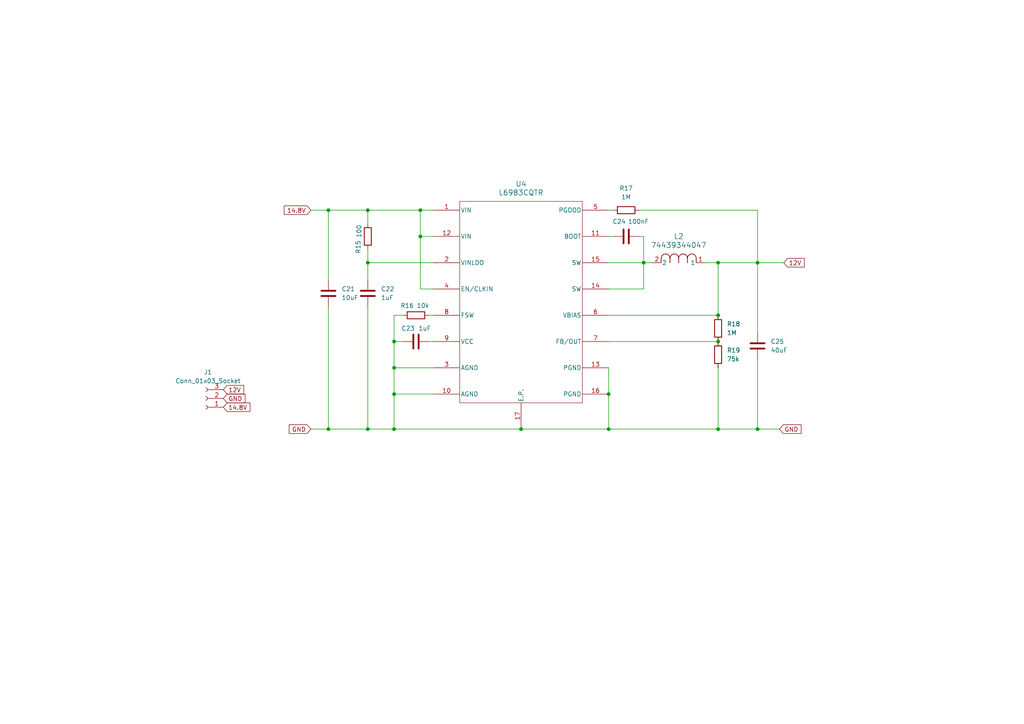
<source format=kicad_sch>
(kicad_sch (version 20250114) (generator "eeschema") (generator_version "9.0")
  (paper "A4")
  (lib_symbols
    (symbol "74439344047:74439344047" (pin_names (offset 0.254))
      (property "Reference" "L" (at 6.985 5.08 0))
      (property "Value" "74439344047" (at 6.985 -2.54 0))
      (symbol "74439344047_1_1"
        (polyline (pts (xy 2.54 0) (xy 2.54 1.27)) (stroke (width 0.2032)))
        (arc (start 2.54 1.27) (mid 3.81 2.5344) (end 5.08 1.27) (stroke (width 0.2032)))
        (polyline (pts (xy 5.08 0) (xy 5.08 1.27)) (stroke (width 0.2032)))
        (arc (start 5.08 1.27) (mid 6.35 2.5344) (end 7.62 1.27) (stroke (width 0.2032)))
        (polyline (pts (xy 7.62 0) (xy 7.62 1.27)) (stroke (width 0.2032)))
        (arc (start 7.62 1.27) (mid 8.89 2.5344) (end 10.16 1.27) (stroke (width 0.2032)))
        (polyline (pts (xy 10.16 0) (xy 10.16 1.27)) (stroke (width 0.2032)))
        (arc (start 10.16 1.27) (mid 11.43 2.5344) (end 12.7 1.27) (stroke (width 0.2032)))
        (polyline (pts (xy 12.7 0) (xy 12.7 1.27)) (stroke (width 0.2032)))
        (pin unspecified line (at 0 0 0) (length 2.54) (name "2") (number "2"))
        (pin unspecified line (at 15.24 0 180) (length 2.54) (name "1") (number "1"))
      )
      (symbol "74439344047_1_2"
        (arc (start -1.27 10.16) (mid -2.5344 11.43) (end -1.27 12.7) (stroke (width 0.2032)))
        (arc (start -1.27 7.62) (mid -2.5344 8.89) (end -1.27 10.16) (stroke (width 0.2032)))
        (arc (start -1.27 5.08) (mid -2.5344 6.35) (end -1.27 7.62) (stroke (width 0.2032)))
        (arc (start -1.27 2.54) (mid -2.5344 3.81) (end -1.27 5.08) (stroke (width 0.2032)))
        (polyline (pts (xy 0 12.7) (xy -1.27 12.7)) (stroke (width 0.2032)))
        (polyline (pts (xy 0 10.16) (xy -1.27 10.16)) (stroke (width 0.2032)))
        (polyline (pts (xy 0 7.62) (xy -1.27 7.62)) (stroke (width 0.2032)))
        (polyline (pts (xy 0 5.08) (xy -1.27 5.08)) (stroke (width 0.2032)))
        (polyline (pts (xy 0 2.54) (xy -1.27 2.54)) (stroke (width 0.2032)))
        (pin unspecified line (at 0 15.24 270) (length 2.54) (name "1") (number "1"))
        (pin unspecified line (at 0 0 90) (length 2.54) (name "2") (number "2"))
      )
    )
    (symbol "Connector:Conn_01x03_Socket" (pin_names (offset 1.016) (hide yes))
      (property "Reference" "J" (at 0 5.08 0))
      (property "Value" "Conn_01x03_Socket" (at 0 -5.08 0))
      (symbol "Conn_01x03_Socket_1_1"
        (polyline (pts (xy -1.27 2.54) (xy -0.508 2.54)) (stroke (width 0.1524)))
        (polyline (pts (xy -1.27 0) (xy -0.508 0)) (stroke (width 0.1524)))
        (polyline (pts (xy -1.27 -2.54) (xy -0.508 -2.54)) (stroke (width 0.1524)))
        (arc (start 0 2.032) (mid -0.5058 2.54) (end 0 3.048) (stroke (width 0.1524)))
        (arc (start 0 -0.508) (mid -0.5058 0) (end 0 0.508) (stroke (width 0.1524)))
        (arc (start 0 -3.048) (mid -0.5058 -2.54) (end 0 -2.032) (stroke (width 0.1524)))
        (pin passive line (at -5.08 2.54 0) (length 3.81) (name "Pin_1") (number "1"))
        (pin passive line (at -5.08 0 0) (length 3.81) (name "Pin_2") (number "2"))
        (pin passive line (at -5.08 -2.54 0) (length 3.81) (name "Pin_3") (number "3"))
      )
    )
    (symbol "Device:C" (pin_numbers (hide yes)) (pin_names (offset 0.254))
      (property "Reference" "C" (at 0.635 2.54 0))
      (property "Value" "C" (at 0.635 -2.54 0))
      (symbol "C_0_1"
        (polyline (pts (xy -2.032 0.762) (xy 2.032 0.762)) (stroke (width 0.508)))
        (polyline (pts (xy -2.032 -0.762) (xy 2.032 -0.762)) (stroke (width 0.508)))
      )
      (symbol "C_1_1"
        (pin passive line (at 0 3.81 270) (length 2.794) (name "~") (number "1"))
        (pin passive line (at 0 -3.81 90) (length 2.794) (name "~") (number "2"))
      )
    )
    (symbol "Device:R" (pin_numbers (hide yes)) (pin_names (offset 0))
      (property "Reference" "R" (at 2.032 0 90))
      (property "Value" "R" (at 0 0 90))
      (symbol "R_0_1"
        (rectangle (start -1.016 -2.54) (end 1.016 2.54) (stroke (width 0.254)))
      )
      (symbol "R_1_1"
        (pin passive line (at 0 3.81 270) (length 1.27) (name "~") (number "1"))
        (pin passive line (at 0 -3.81 90) (length 1.27) (name "~") (number "2"))
      )
    )
    (symbol "L6983C33QTR:L6983C33QTR" (pin_names (offset 0.254))
      (property "Reference" "U2" (at 25.4 10.16 0))
      (property "Value" "L6983C33QTR" (at 25.4 7.62 0))
      (symbol "L6983C33QTR_0_1"
        (polyline (pts (xy 7.62 5.08) (xy 7.62 -53.34)) (stroke (width 0.127)))
        (polyline (pts (xy 7.62 -53.34) (xy 43.18 -53.34)) (stroke (width 0.127)))
        (polyline (pts (xy 43.18 5.08) (xy 7.62 5.08)) (stroke (width 0.127)))
        (polyline (pts (xy 43.18 -53.34) (xy 43.18 5.08)) (stroke (width 0.127)))
        (pin unspecified line (at 0 2.54 0) (length 7.62) (name "VIN") (number "1"))
        (pin unspecified line (at 0 -5.08 0) (length 7.62) (name "VIN") (number "12"))
        (pin unspecified line (at 0 -12.7 0) (length 7.62) (name "VINLDO") (number "2"))
        (pin unspecified line (at 0 -20.32 0) (length 7.62) (name "EN/CLKIN") (number "4"))
        (pin unspecified line (at 0 -27.94 0) (length 7.62) (name "FSW") (number "8"))
        (pin power_in line (at 0 -35.56 0) (length 7.62) (name "VCC") (number "9"))
        (pin power_out line (at 0 -43.18 0) (length 7.62) (name "AGND") (number "3"))
        (pin power_out line (at 0 -50.8 0) (length 7.62) (name "AGND") (number "10"))
        (pin unspecified line (at 25.4 -60.96 90) (length 7.62) (name "E.P.") (number "17"))
        (pin power_in line (at 50.8 2.54 180) (length 7.62) (name "PGOOD") (number "5"))
        (pin unspecified line (at 50.8 -5.08 180) (length 7.62) (name "BOOT") (number "11"))
        (pin unspecified line (at 50.8 -12.7 180) (length 7.62) (name "SW") (number "15"))
        (pin unspecified line (at 50.8 -20.32 180) (length 7.62) (name "SW") (number "14"))
        (pin unspecified line (at 50.8 -27.94 180) (length 7.62) (name "VBIAS") (number "6"))
        (pin output line (at 50.8 -35.56 180) (length 7.62) (name "FB/OUT") (number "7"))
        (pin power_out line (at 50.8 -43.18 180) (length 7.62) (name "PGND") (number "13"))
        (pin power_out line (at 50.8 -50.8 180) (length 7.62) (name "PGND") (number "16"))
      )
    )
  )
  (junction (at 208.28 124.46))
  (junction (at 208.28 91.44))
  (junction (at 106.68 76.2))
  (junction (at 114.3 124.46))
  (junction (at 176.53 124.46))
  (junction (at 106.68 60.96))
  (junction (at 151.13 124.46))
  (junction (at 106.68 124.46))
  (junction (at 121.92 60.96))
  (junction (at 114.3 106.68))
  (junction (at 219.71 124.46))
  (junction (at 176.53 114.3))
  (junction (at 121.92 68.58))
  (junction (at 186.69 76.2))
  (junction (at 114.3 114.3))
  (junction (at 95.25 60.96))
  (junction (at 219.71 76.2))
  (junction (at 95.25 124.46))
  (junction (at 208.28 76.2))
  (junction (at 114.3 99.06))
  (junction (at 208.28 99.06))
  (wire (pts (xy 176.53 68.58) (xy 177.8 68.58)))
  (wire (pts (xy 106.68 76.2) (xy 106.68 81.28)))
  (wire (pts (xy 208.28 124.46) (xy 219.71 124.46)))
  (wire (pts (xy 226.06 124.46) (xy 219.71 124.46)))
  (wire (pts (xy 219.71 76.2) (xy 227.33 76.2)))
  (wire (pts (xy 95.25 88.9) (xy 95.25 124.46)))
  (wire (pts (xy 186.69 68.58) (xy 186.69 76.2)))
  (wire (pts (xy 176.53 91.44) (xy 208.28 91.44)))
  (wire (pts (xy 114.3 124.46) (xy 151.13 124.46)))
  (wire (pts (xy 185.42 68.58) (xy 186.69 68.58)))
  (wire (pts (xy 186.69 76.2) (xy 189.23 76.2)))
  (wire (pts (xy 121.92 60.96) (xy 121.92 68.58)))
  (wire (pts (xy 124.46 91.44) (xy 125.73 91.44)))
  (wire (pts (xy 185.42 60.96) (xy 219.71 60.96)))
  (wire (pts (xy 106.68 60.96) (xy 121.92 60.96)))
  (wire (pts (xy 95.25 124.46) (xy 106.68 124.46)))
  (wire (pts (xy 121.92 68.58) (xy 121.92 83.82)))
  (wire (pts (xy 114.3 99.06) (xy 114.3 106.68)))
  (wire (pts (xy 106.68 76.2) (xy 106.68 72.39)))
  (wire (pts (xy 176.53 83.82) (xy 186.69 83.82)))
  (wire (pts (xy 219.71 104.14) (xy 219.71 124.46)))
  (wire (pts (xy 208.28 76.2) (xy 208.28 91.44)))
  (wire (pts (xy 106.68 88.9) (xy 106.68 124.46)))
  (wire (pts (xy 208.28 106.68) (xy 208.28 124.46)))
  (wire (pts (xy 186.69 83.82) (xy 186.69 76.2)))
  (wire (pts (xy 204.47 76.2) (xy 208.28 76.2)))
  (wire (pts (xy 90.17 124.46) (xy 95.25 124.46)))
  (wire (pts (xy 125.73 106.68) (xy 114.3 106.68)))
  (wire (pts (xy 124.46 99.06) (xy 125.73 99.06)))
  (wire (pts (xy 176.53 60.96) (xy 177.8 60.96)))
  (wire (pts (xy 176.53 76.2) (xy 186.69 76.2)))
  (wire (pts (xy 219.71 96.52) (xy 219.71 76.2)))
  (wire (pts (xy 116.84 99.06) (xy 114.3 99.06)))
  (wire (pts (xy 95.25 81.28) (xy 95.25 60.96)))
  (wire (pts (xy 176.53 106.68) (xy 176.53 114.3)))
  (wire (pts (xy 176.53 124.46) (xy 151.13 124.46)))
  (wire (pts (xy 114.3 114.3) (xy 125.73 114.3)))
  (wire (pts (xy 114.3 91.44) (xy 114.3 99.06)))
  (wire (pts (xy 95.25 60.96) (xy 106.68 60.96)))
  (wire (pts (xy 90.17 60.96) (xy 95.25 60.96)))
  (wire (pts (xy 208.28 76.2) (xy 219.71 76.2)))
  (wire (pts (xy 176.53 124.46) (xy 208.28 124.46)))
  (wire (pts (xy 106.68 64.77) (xy 106.68 60.96)))
  (wire (pts (xy 114.3 114.3) (xy 114.3 124.46)))
  (wire (pts (xy 121.92 60.96) (xy 125.73 60.96)))
  (wire (pts (xy 176.53 99.06) (xy 208.28 99.06)))
  (wire (pts (xy 176.53 114.3) (xy 176.53 124.46)))
  (wire (pts (xy 106.68 124.46) (xy 114.3 124.46)))
  (wire (pts (xy 125.73 76.2) (xy 106.68 76.2)))
  (wire (pts (xy 114.3 106.68) (xy 114.3 114.3)))
  (wire (pts (xy 219.71 60.96) (xy 219.71 76.2)))
  (wire (pts (xy 125.73 83.82) (xy 121.92 83.82)))
  (wire (pts (xy 116.84 91.44) (xy 114.3 91.44)))
  (wire (pts (xy 121.92 68.58) (xy 125.73 68.58)))
  (global_label "14.8V" (shape input) (at 90.17 60.96 180) (property "Intersheetrefs" "${INTERSHEET_REFS}" (effects (hide yes))))
  (global_label "12V" (shape input) (at 64.77 113.03 0) (property "Intersheetrefs" "${INTERSHEET_REFS}" (effects (hide yes))))
  (global_label "14.8V" (shape input) (at 64.77 118.11 0) (property "Intersheetrefs" "${INTERSHEET_REFS}" (effects (hide yes))))
  (global_label "GND" (shape input) (at 64.77 115.57 0) (property "Intersheetrefs" "${INTERSHEET_REFS}" (effects (hide yes))))
  (global_label "GND" (shape input) (at 226.06 124.46 0) (property "Intersheetrefs" "${INTERSHEET_REFS}" (effects (hide yes))))
  (global_label "GND" (shape input) (at 90.17 124.46 180) (property "Intersheetrefs" "${INTERSHEET_REFS}" (effects (hide yes))))
  (global_label "12V" (shape input) (at 227.33 76.2 0) (property "Intersheetrefs" "${INTERSHEET_REFS}" (effects (hide yes))))
  (symbol (lib_id "74439344047:74439344047") (at 189.23 76.2 0) (unit 1)
    (property "Reference" "L2" (at 196.85 68.58 0) (effects (font (size 1.524 1.524))))
    (property "Value" "74439344047" (at 196.85 71.12 0) (effects (font (size 1.524 1.524))))
    (property "Footprint" "74439344047:IND_WE-XHMI_6030_WRE" (effects (hide yes)))
    (property "Datasheet" "https://www.we-online.com/catalog/datasheet/74439344047.pdf" (effects (hide yes)))
  )
  (symbol (lib_id "Device:R") (at 120.65 91.44 270) (unit 1)
    (property "Reference" "R16" (at 118.11 88.646 90))
    (property "Value" "10k" (at 122.682 88.646 90))
    (property "Footprint" "Resistor_SMD:R_0805_2012Metric" (effects (hide yes)))
    (property "Description" "Resistor" (effects (hide yes)))
  )
  (symbol (lib_id "Device:R") (at 181.61 60.96 90) (unit 1)
    (property "Reference" "R17" (at 181.61 54.61 90))
    (property "Value" "1M" (at 181.61 57.15 90))
    (property "Footprint" "Resistor_SMD:R_0805_2012Metric" (effects (hide yes)))
    (property "Description" "Resistor" (effects (hide yes)))
  )
  (symbol (lib_id "Device:C") (at 106.68 85.09 0) (unit 1)
    (property "Reference" "C22" (at 110.49 83.8199 0) (effects (justify left)))
    (property "Value" "1uF" (at 110.49 86.3599 0) (effects (justify left)))
    (property "Footprint" "Capacitor_SMD:C_0805_2012Metric" (effects (hide yes)))
    (property "Description" "Unpolarized capacitor" (effects (hide yes)))
  )
  (symbol (lib_id "Device:R") (at 106.68 68.58 0) (unit 1)
    (property "Reference" "R15" (at 103.886 71.628 90))
    (property "Value" "100" (at 104.14 67.056 90))
    (property "Footprint" "Resistor_SMD:R_0805_2012Metric" (effects (hide yes)))
    (property "Description" "Resistor" (effects (hide yes)))
  )
  (symbol (lib_id "Device:C") (at 181.61 68.58 90) (unit 1)
    (property "Reference" "C24" (at 179.578 64.262 90))
    (property "Value" "100nF" (at 185.166 64.262 90))
    (property "Footprint" "Capacitor_SMD:C_0805_2012Metric" (effects (hide yes)))
    (property "Description" "Unpolarized capacitor" (effects (hide yes)))
  )
  (symbol (lib_id "L6983C33QTR:L6983C33QTR") (at 125.73 63.5 0) (unit 1)
    (property "Reference" "U4" (at 151.13 53.34 0) (effects (font (size 1.524 1.524))))
    (property "Value" "L6983CQTR" (at 151.13 55.88 0) (effects (font (size 1.524 1.524))))
    (property "Footprint" "L6983C33QTR:QFN_33QTR_STM" (effects (hide yes)))
    (property "Datasheet" "https://www.st.com/resource/en/datasheet/l6983.pdf" (effects (hide yes)))
  )
  (symbol (lib_id "Device:C") (at 95.25 85.09 0) (unit 1)
    (property "Reference" "C21" (at 99.06 83.8199 0) (effects (justify left)))
    (property "Value" "10uF" (at 99.06 86.3599 0) (effects (justify left)))
    (property "Footprint" "Capacitor_SMD:C_1210_3225Metric" (effects (hide yes)))
    (property "Description" "Unpolarized capacitor" (effects (hide yes)))
  )
  (symbol (lib_id "Device:R") (at 208.28 102.87 0) (unit 1)
    (property "Reference" "R19" (at 210.82 101.5999 0) (effects (justify left)))
    (property "Value" "75k" (at 210.82 104.1399 0) (effects (justify left)))
    (property "Footprint" "Resistor_SMD:R_0805_2012Metric" (effects (hide yes)))
    (property "Description" "Resistor" (effects (hide yes)))
  )
  (symbol (lib_id "Device:R") (at 208.28 95.25 0) (unit 1)
    (property "Reference" "R18" (at 210.82 93.9799 0) (effects (justify left)))
    (property "Value" "1M" (at 210.82 96.5199 0) (effects (justify left)))
    (property "Footprint" "Resistor_SMD:R_0805_2012Metric" (effects (hide yes)))
    (property "Description" "Resistor" (effects (hide yes)))
  )
  (symbol (lib_id "Device:C") (at 120.65 99.06 90) (unit 1)
    (property "Reference" "C23" (at 118.364 95.25 90))
    (property "Value" "1uF" (at 123.19 95.25 90))
    (property "Footprint" "Capacitor_SMD:C_0805_2012Metric" (effects (hide yes)))
    (property "Description" "Unpolarized capacitor" (effects (hide yes)))
  )
  (symbol (lib_id "Device:C") (at 219.71 100.33 180) (unit 1)
    (property "Reference" "C25" (at 223.52 99.0599 0) (effects (justify right)))
    (property "Value" "40uF" (at 223.52 101.5999 0) (effects (justify right)))
    (property "Footprint" "Capacitor_SMD:C_1210_3225Metric" (effects (hide yes)))
    (property "Description" "Unpolarized capacitor" (effects (hide yes)))
  )
  (symbol (lib_id "Connector:Conn_01x03_Socket") (at 59.69 115.57 180) (unit 1)
    (property "Reference" "J1" (at 60.325 107.95 0))
    (property "Value" "Conn_01x03_Socket" (at 60.325 110.49 0))
    (property "Footprint" "Connector_PinHeader_2.54mm:PinHeader_1x03_P2.54mm_Vertical" (effects (hide yes)))
    (property "Description" "Generic connector, single row, 01x03, script generated" (effects (hide yes)))
  )
)
</source>
